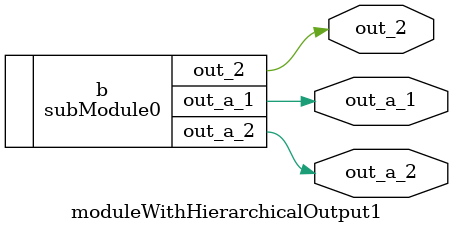
<source format=v>
module subModule0(output out_a_1, output out_a_2, output out_2);
  assign {out_a_1, out_a_2, out_2} = 0;
endmodule

module moduleWithHierarchicalOutput1(output out_a_1, output out_a_2, output out_2);
  subModule0 b(out_a_1, out_a_2, out_2);
endmodule


</source>
